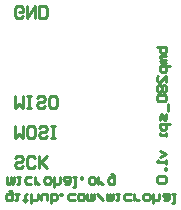
<source format=gbo>
G04 Layer_Color=13813960*
%FSLAX25Y25*%
%MOIN*%
G70*
G01*
G75*
%ADD16C,0.01000*%
D16*
X127666Y314168D02*
X126999Y313501D01*
X125666D01*
X125000Y314168D01*
Y316834D01*
X125666Y317500D01*
X126999D01*
X127666Y316834D01*
Y315501D01*
X126333D01*
X128999Y317500D02*
Y313501D01*
X131665Y317500D01*
Y313501D01*
X132997D02*
Y317500D01*
X134997D01*
X135663Y316834D01*
Y314168D01*
X134997Y313501D01*
X132997D01*
X125000Y287500D02*
Y283501D01*
X126333Y284834D01*
X127666Y283501D01*
Y287500D01*
X128999Y283501D02*
X130332D01*
X129665D01*
Y287500D01*
X128999D01*
X130332D01*
X134997Y284168D02*
X134330Y283501D01*
X132997D01*
X132331Y284168D01*
Y284834D01*
X132997Y285501D01*
X134330D01*
X134997Y286167D01*
Y286834D01*
X134330Y287500D01*
X132997D01*
X132331Y286834D01*
X138329Y283501D02*
X136996D01*
X136330Y284168D01*
Y286834D01*
X136996Y287500D01*
X138329D01*
X138996Y286834D01*
Y284168D01*
X138329Y283501D01*
X125000Y277500D02*
Y273501D01*
X126333Y274834D01*
X127666Y273501D01*
Y277500D01*
X130998Y273501D02*
X129665D01*
X128999Y274168D01*
Y276834D01*
X129665Y277500D01*
X130998D01*
X131665Y276834D01*
Y274168D01*
X130998Y273501D01*
X135663Y274168D02*
X134997Y273501D01*
X133664D01*
X132997Y274168D01*
Y274834D01*
X133664Y275501D01*
X134997D01*
X135663Y276167D01*
Y276834D01*
X134997Y277500D01*
X133664D01*
X132997Y276834D01*
X136996Y273501D02*
X138329D01*
X137663D01*
Y277500D01*
X136996D01*
X138329D01*
X127666Y264168D02*
X126999Y263501D01*
X125666D01*
X125000Y264168D01*
Y264834D01*
X125666Y265501D01*
X126999D01*
X127666Y266167D01*
Y266834D01*
X126999Y267500D01*
X125666D01*
X125000Y266834D01*
X131665Y264168D02*
X130998Y263501D01*
X129665D01*
X128999Y264168D01*
Y266834D01*
X129665Y267500D01*
X130998D01*
X131665Y266834D01*
X132997Y263501D02*
Y267500D01*
Y266167D01*
X135663Y263501D01*
X133664Y265501D01*
X135663Y267500D01*
X172301Y304000D02*
X175500D01*
Y302400D01*
X174967Y301867D01*
X174434D01*
X173900D01*
X173367Y302400D01*
Y304000D01*
X175500Y300801D02*
X173367D01*
Y300268D01*
X173900Y299735D01*
X175500D01*
X173900D01*
X173367Y299201D01*
X173900Y298668D01*
X175500D01*
X176566Y297602D02*
X173367D01*
Y296003D01*
X173900Y295469D01*
X174967D01*
X175500Y296003D01*
Y297602D01*
Y292270D02*
Y294403D01*
X173367Y292270D01*
X172834D01*
X172301Y292804D01*
Y293870D01*
X172834Y294403D01*
Y291204D02*
X172301Y290671D01*
Y289605D01*
X172834Y289071D01*
X173367D01*
X173900Y289605D01*
X174434Y289071D01*
X174967D01*
X175500Y289605D01*
Y290671D01*
X174967Y291204D01*
X174434D01*
X173900Y290671D01*
X173367Y291204D01*
X172834D01*
X173900Y290671D02*
Y289605D01*
X172834Y288005D02*
X172301Y287472D01*
Y286406D01*
X172834Y285873D01*
X174967D01*
X175500Y286406D01*
Y287472D01*
X174967Y288005D01*
X172834D01*
X176033Y284806D02*
Y282674D01*
X175500Y281607D02*
Y280008D01*
X174967Y279475D01*
X174434Y280008D01*
Y281074D01*
X173900Y281607D01*
X173367Y281074D01*
Y279475D01*
X176566Y278408D02*
X173367D01*
Y276809D01*
X173900Y276276D01*
X174967D01*
X175500Y276809D01*
Y278408D01*
Y275209D02*
Y274143D01*
Y274676D01*
X173367D01*
Y275209D01*
Y269344D02*
X175500Y268278D01*
X173367Y267212D01*
X175500Y266145D02*
Y265079D01*
Y265612D01*
X172301D01*
X172834Y266145D01*
X175500Y263480D02*
X174967D01*
Y262947D01*
X175500D01*
Y263480D01*
X172834Y260814D02*
X172301Y260281D01*
Y259214D01*
X172834Y258681D01*
X174967D01*
X175500Y259214D01*
Y260281D01*
X174967Y260814D01*
X172834D01*
X122500Y260500D02*
Y258367D01*
X123033D01*
X123566Y258900D01*
Y260500D01*
Y258900D01*
X124100Y258367D01*
X124633Y258900D01*
Y260500D01*
X125699D02*
X126765D01*
X126232D01*
Y258367D01*
X125699D01*
X130497D02*
X128898D01*
X128365Y258900D01*
Y259967D01*
X128898Y260500D01*
X130497D01*
X131564Y258367D02*
Y260500D01*
Y259434D01*
X132097Y258900D01*
X132630Y258367D01*
X133163D01*
X135296Y260500D02*
X136362D01*
X136895Y259967D01*
Y258900D01*
X136362Y258367D01*
X135296D01*
X134763Y258900D01*
Y259967D01*
X135296Y260500D01*
X137962Y257301D02*
Y260500D01*
Y258900D01*
X138495Y258367D01*
X139561D01*
X140094Y258900D01*
Y260500D01*
X141694Y258367D02*
X142760D01*
X143293Y258900D01*
Y260500D01*
X141694D01*
X141161Y259967D01*
X141694Y259434D01*
X143293D01*
X144360Y260500D02*
X145426D01*
X144893D01*
Y257301D01*
X144360D01*
X147025Y260500D02*
Y259967D01*
X147559D01*
Y260500D01*
X147025D01*
X150224D02*
X151291D01*
X151824Y259967D01*
Y258900D01*
X151291Y258367D01*
X150224D01*
X149691Y258900D01*
Y259967D01*
X150224Y260500D01*
X152890Y258367D02*
Y260500D01*
Y259434D01*
X153423Y258900D01*
X153956Y258367D01*
X154490D01*
X157156Y261566D02*
X157689D01*
X158222Y261033D01*
Y258367D01*
X156622D01*
X156089Y258900D01*
Y259967D01*
X156622Y260500D01*
X158222D01*
X123066Y256066D02*
X123600D01*
X124133Y255533D01*
Y252867D01*
X122533D01*
X122000Y253400D01*
Y254467D01*
X122533Y255000D01*
X124133D01*
X125199D02*
X126265D01*
X125732D01*
Y252867D01*
X125199D01*
X128398Y252334D02*
Y252867D01*
X127865D01*
X128931D01*
X128398D01*
Y254467D01*
X128931Y255000D01*
X130531Y251801D02*
Y255000D01*
Y253400D01*
X131064Y252867D01*
X132130D01*
X132663Y253400D01*
Y255000D01*
X133730Y252867D02*
Y254467D01*
X134263Y255000D01*
X135862D01*
Y252867D01*
X136928Y251801D02*
Y255000D01*
X138528D01*
X139061Y254467D01*
Y253934D01*
Y253400D01*
X138528Y252867D01*
X136928D01*
X140128Y255000D02*
Y254467D01*
X140661D01*
Y255000D01*
X140128D01*
X144926Y252867D02*
X143326D01*
X142793Y253400D01*
Y254467D01*
X143326Y255000D01*
X144926D01*
X146525D02*
X147592D01*
X148125Y254467D01*
Y253400D01*
X147592Y252867D01*
X146525D01*
X145992Y253400D01*
Y254467D01*
X146525Y255000D01*
X149191D02*
Y252867D01*
X149724D01*
X150258Y253400D01*
Y255000D01*
Y253400D01*
X150791Y252867D01*
X151324Y253400D01*
Y255000D01*
X152390D02*
X154523Y252867D01*
X155589Y255000D02*
Y252867D01*
X156122D01*
X156656Y253400D01*
Y255000D01*
Y253400D01*
X157189Y252867D01*
X157722Y253400D01*
Y255000D01*
X158788D02*
X159854D01*
X159321D01*
Y252867D01*
X158788D01*
X163587D02*
X161987D01*
X161454Y253400D01*
Y254467D01*
X161987Y255000D01*
X163587D01*
X164653Y252867D02*
Y255000D01*
Y253934D01*
X165186Y253400D01*
X165719Y252867D01*
X166252D01*
X168385Y255000D02*
X169451D01*
X169984Y254467D01*
Y253400D01*
X169451Y252867D01*
X168385D01*
X167852Y253400D01*
Y254467D01*
X168385Y255000D01*
X171051Y251801D02*
Y255000D01*
Y253400D01*
X171584Y252867D01*
X172650D01*
X173184Y253400D01*
Y255000D01*
X174783Y252867D02*
X175849D01*
X176382Y253400D01*
Y255000D01*
X174783D01*
X174250Y254467D01*
X174783Y253934D01*
X176382D01*
X177449Y255000D02*
X178515D01*
X177982D01*
Y251801D01*
X177449D01*
M02*

</source>
